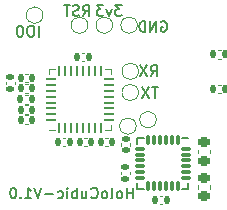
<source format=gbr>
%TF.GenerationSoftware,KiCad,Pcbnew,6.0.4*%
%TF.CreationDate,2022-06-04T16:46:40+08:00*%
%TF.ProjectId,holocubic,686f6c6f-6375-4626-9963-2e6b69636164,rev?*%
%TF.SameCoordinates,Original*%
%TF.FileFunction,Legend,Bot*%
%TF.FilePolarity,Positive*%
%FSLAX46Y46*%
G04 Gerber Fmt 4.6, Leading zero omitted, Abs format (unit mm)*
G04 Created by KiCad (PCBNEW 6.0.4) date 2022-06-04 16:46:40*
%MOMM*%
%LPD*%
G01*
G04 APERTURE LIST*
G04 Aperture macros list*
%AMRoundRect*
0 Rectangle with rounded corners*
0 $1 Rounding radius*
0 $2 $3 $4 $5 $6 $7 $8 $9 X,Y pos of 4 corners*
0 Add a 4 corners polygon primitive as box body*
4,1,4,$2,$3,$4,$5,$6,$7,$8,$9,$2,$3,0*
0 Add four circle primitives for the rounded corners*
1,1,$1+$1,$2,$3*
1,1,$1+$1,$4,$5*
1,1,$1+$1,$6,$7*
1,1,$1+$1,$8,$9*
0 Add four rect primitives between the rounded corners*
20,1,$1+$1,$2,$3,$4,$5,0*
20,1,$1+$1,$4,$5,$6,$7,0*
20,1,$1+$1,$6,$7,$8,$9,0*
20,1,$1+$1,$8,$9,$2,$3,0*%
G04 Aperture macros list end*
%ADD10C,0.150000*%
%ADD11C,0.120000*%
%ADD12C,0.650000*%
%ADD13O,1.600000X1.000000*%
%ADD14O,2.100000X1.000000*%
%ADD15RoundRect,0.225000X0.250000X-0.225000X0.250000X0.225000X-0.250000X0.225000X-0.250000X-0.225000X0*%
%ADD16RoundRect,0.140000X-0.140000X-0.170000X0.140000X-0.170000X0.140000X0.170000X-0.140000X0.170000X0*%
%ADD17RoundRect,0.140000X0.140000X0.170000X-0.140000X0.170000X-0.140000X-0.170000X0.140000X-0.170000X0*%
%ADD18C,1.000000*%
%ADD19RoundRect,0.135000X0.135000X0.185000X-0.135000X0.185000X-0.135000X-0.185000X0.135000X-0.185000X0*%
%ADD20RoundRect,0.062500X-0.375000X-0.062500X0.375000X-0.062500X0.375000X0.062500X-0.375000X0.062500X0*%
%ADD21RoundRect,0.062500X-0.062500X-0.375000X0.062500X-0.375000X0.062500X0.375000X-0.062500X0.375000X0*%
%ADD22R,3.300000X3.300000*%
%ADD23RoundRect,0.140000X0.170000X-0.140000X0.170000X0.140000X-0.170000X0.140000X-0.170000X-0.140000X0*%
%ADD24RoundRect,0.135000X-0.135000X-0.185000X0.135000X-0.185000X0.135000X0.185000X-0.135000X0.185000X0*%
%ADD25RoundRect,0.225000X-0.250000X0.225000X-0.250000X-0.225000X0.250000X-0.225000X0.250000X0.225000X0*%
%ADD26RoundRect,0.140000X-0.170000X0.140000X-0.170000X-0.140000X0.170000X-0.140000X0.170000X0.140000X0*%
%ADD27RoundRect,0.075000X0.350000X0.075000X-0.350000X0.075000X-0.350000X-0.075000X0.350000X-0.075000X0*%
%ADD28RoundRect,0.075000X0.075000X-0.350000X0.075000X0.350000X-0.075000X0.350000X-0.075000X-0.350000X0*%
G04 APERTURE END LIST*
D10*
X133735714Y-118757142D02*
X133735714Y-117857142D01*
X133735714Y-118285714D02*
X133221428Y-118285714D01*
X133221428Y-118757142D02*
X133221428Y-117857142D01*
X132664285Y-118757142D02*
X132750000Y-118714285D01*
X132792857Y-118671428D01*
X132835714Y-118585714D01*
X132835714Y-118328571D01*
X132792857Y-118242857D01*
X132750000Y-118200000D01*
X132664285Y-118157142D01*
X132535714Y-118157142D01*
X132450000Y-118200000D01*
X132407142Y-118242857D01*
X132364285Y-118328571D01*
X132364285Y-118585714D01*
X132407142Y-118671428D01*
X132450000Y-118714285D01*
X132535714Y-118757142D01*
X132664285Y-118757142D01*
X131850000Y-118757142D02*
X131935714Y-118714285D01*
X131978571Y-118628571D01*
X131978571Y-117857142D01*
X131378571Y-118757142D02*
X131464285Y-118714285D01*
X131507142Y-118671428D01*
X131550000Y-118585714D01*
X131550000Y-118328571D01*
X131507142Y-118242857D01*
X131464285Y-118200000D01*
X131378571Y-118157142D01*
X131250000Y-118157142D01*
X131164285Y-118200000D01*
X131121428Y-118242857D01*
X131078571Y-118328571D01*
X131078571Y-118585714D01*
X131121428Y-118671428D01*
X131164285Y-118714285D01*
X131250000Y-118757142D01*
X131378571Y-118757142D01*
X130178571Y-118671428D02*
X130221428Y-118714285D01*
X130350000Y-118757142D01*
X130435714Y-118757142D01*
X130564285Y-118714285D01*
X130650000Y-118628571D01*
X130692857Y-118542857D01*
X130735714Y-118371428D01*
X130735714Y-118242857D01*
X130692857Y-118071428D01*
X130650000Y-117985714D01*
X130564285Y-117900000D01*
X130435714Y-117857142D01*
X130350000Y-117857142D01*
X130221428Y-117900000D01*
X130178571Y-117942857D01*
X129407142Y-118157142D02*
X129407142Y-118757142D01*
X129792857Y-118157142D02*
X129792857Y-118628571D01*
X129750000Y-118714285D01*
X129664285Y-118757142D01*
X129535714Y-118757142D01*
X129450000Y-118714285D01*
X129407142Y-118671428D01*
X128978571Y-118757142D02*
X128978571Y-117857142D01*
X128978571Y-118200000D02*
X128892857Y-118157142D01*
X128721428Y-118157142D01*
X128635714Y-118200000D01*
X128592857Y-118242857D01*
X128550000Y-118328571D01*
X128550000Y-118585714D01*
X128592857Y-118671428D01*
X128635714Y-118714285D01*
X128721428Y-118757142D01*
X128892857Y-118757142D01*
X128978571Y-118714285D01*
X128164285Y-118757142D02*
X128164285Y-118157142D01*
X128164285Y-117857142D02*
X128207142Y-117900000D01*
X128164285Y-117942857D01*
X128121428Y-117900000D01*
X128164285Y-117857142D01*
X128164285Y-117942857D01*
X127350000Y-118714285D02*
X127435714Y-118757142D01*
X127607142Y-118757142D01*
X127692857Y-118714285D01*
X127735714Y-118671428D01*
X127778571Y-118585714D01*
X127778571Y-118328571D01*
X127735714Y-118242857D01*
X127692857Y-118200000D01*
X127607142Y-118157142D01*
X127435714Y-118157142D01*
X127350000Y-118200000D01*
X126964285Y-118414285D02*
X126278571Y-118414285D01*
X125978571Y-117857142D02*
X125678571Y-118757142D01*
X125378571Y-117857142D01*
X124607142Y-118757142D02*
X125121428Y-118757142D01*
X124864285Y-118757142D02*
X124864285Y-117857142D01*
X124950000Y-117985714D01*
X125035714Y-118071428D01*
X125121428Y-118114285D01*
X124221428Y-118671428D02*
X124178571Y-118714285D01*
X124221428Y-118757142D01*
X124264285Y-118714285D01*
X124221428Y-118671428D01*
X124221428Y-118757142D01*
X123621428Y-117857142D02*
X123535714Y-117857142D01*
X123450000Y-117900000D01*
X123407142Y-117942857D01*
X123364285Y-118028571D01*
X123321428Y-118200000D01*
X123321428Y-118414285D01*
X123364285Y-118585714D01*
X123407142Y-118671428D01*
X123450000Y-118714285D01*
X123535714Y-118757142D01*
X123621428Y-118757142D01*
X123707142Y-118714285D01*
X123750000Y-118671428D01*
X123792857Y-118585714D01*
X123835714Y-118414285D01*
X123835714Y-118200000D01*
X123792857Y-118028571D01*
X123750000Y-117942857D01*
X123707142Y-117900000D01*
X123621428Y-117857142D01*
X125750000Y-105057142D02*
X125750000Y-104157142D01*
X125150000Y-104157142D02*
X124978571Y-104157142D01*
X124892857Y-104200000D01*
X124807142Y-104285714D01*
X124764285Y-104457142D01*
X124764285Y-104757142D01*
X124807142Y-104928571D01*
X124892857Y-105014285D01*
X124978571Y-105057142D01*
X125150000Y-105057142D01*
X125235714Y-105014285D01*
X125321428Y-104928571D01*
X125364285Y-104757142D01*
X125364285Y-104457142D01*
X125321428Y-104285714D01*
X125235714Y-104200000D01*
X125150000Y-104157142D01*
X124207142Y-104157142D02*
X124121428Y-104157142D01*
X124035714Y-104200000D01*
X123992857Y-104242857D01*
X123950000Y-104328571D01*
X123907142Y-104500000D01*
X123907142Y-104714285D01*
X123950000Y-104885714D01*
X123992857Y-104971428D01*
X124035714Y-105014285D01*
X124121428Y-105057142D01*
X124207142Y-105057142D01*
X124292857Y-105014285D01*
X124335714Y-104971428D01*
X124378571Y-104885714D01*
X124421428Y-104714285D01*
X124421428Y-104500000D01*
X124378571Y-104328571D01*
X124335714Y-104242857D01*
X124292857Y-104200000D01*
X124207142Y-104157142D01*
X129492857Y-103307142D02*
X129792857Y-102878571D01*
X130007142Y-103307142D02*
X130007142Y-102407142D01*
X129664285Y-102407142D01*
X129578571Y-102450000D01*
X129535714Y-102492857D01*
X129492857Y-102578571D01*
X129492857Y-102707142D01*
X129535714Y-102792857D01*
X129578571Y-102835714D01*
X129664285Y-102878571D01*
X130007142Y-102878571D01*
X129150000Y-103264285D02*
X129021428Y-103307142D01*
X128807142Y-103307142D01*
X128721428Y-103264285D01*
X128678571Y-103221428D01*
X128635714Y-103135714D01*
X128635714Y-103050000D01*
X128678571Y-102964285D01*
X128721428Y-102921428D01*
X128807142Y-102878571D01*
X128978571Y-102835714D01*
X129064285Y-102792857D01*
X129107142Y-102750000D01*
X129150000Y-102664285D01*
X129150000Y-102578571D01*
X129107142Y-102492857D01*
X129064285Y-102450000D01*
X128978571Y-102407142D01*
X128764285Y-102407142D01*
X128635714Y-102450000D01*
X128378571Y-102407142D02*
X127864285Y-102407142D01*
X128121428Y-103307142D02*
X128121428Y-102407142D01*
X132771428Y-102407142D02*
X132214285Y-102407142D01*
X132514285Y-102750000D01*
X132385714Y-102750000D01*
X132300000Y-102792857D01*
X132257142Y-102835714D01*
X132214285Y-102921428D01*
X132214285Y-103135714D01*
X132257142Y-103221428D01*
X132300000Y-103264285D01*
X132385714Y-103307142D01*
X132642857Y-103307142D01*
X132728571Y-103264285D01*
X132771428Y-103221428D01*
X131914285Y-102707142D02*
X131700000Y-103307142D01*
X131485714Y-102707142D01*
X131228571Y-102407142D02*
X130671428Y-102407142D01*
X130971428Y-102750000D01*
X130842857Y-102750000D01*
X130757142Y-102792857D01*
X130714285Y-102835714D01*
X130671428Y-102921428D01*
X130671428Y-103135714D01*
X130714285Y-103221428D01*
X130757142Y-103264285D01*
X130842857Y-103307142D01*
X131100000Y-103307142D01*
X131185714Y-103264285D01*
X131228571Y-103221428D01*
X136135714Y-103800000D02*
X136221428Y-103757142D01*
X136350000Y-103757142D01*
X136478571Y-103800000D01*
X136564285Y-103885714D01*
X136607142Y-103971428D01*
X136650000Y-104142857D01*
X136650000Y-104271428D01*
X136607142Y-104442857D01*
X136564285Y-104528571D01*
X136478571Y-104614285D01*
X136350000Y-104657142D01*
X136264285Y-104657142D01*
X136135714Y-104614285D01*
X136092857Y-104571428D01*
X136092857Y-104271428D01*
X136264285Y-104271428D01*
X135707142Y-104657142D02*
X135707142Y-103757142D01*
X135192857Y-104657142D01*
X135192857Y-103757142D01*
X134764285Y-104657142D02*
X134764285Y-103757142D01*
X134550000Y-103757142D01*
X134421428Y-103800000D01*
X134335714Y-103885714D01*
X134292857Y-103971428D01*
X134250000Y-104142857D01*
X134250000Y-104271428D01*
X134292857Y-104442857D01*
X134335714Y-104528571D01*
X134421428Y-104614285D01*
X134550000Y-104657142D01*
X134764285Y-104657142D01*
X135835714Y-109357142D02*
X135321428Y-109357142D01*
X135578571Y-110257142D02*
X135578571Y-109357142D01*
X135107142Y-109357142D02*
X134507142Y-110257142D01*
X134507142Y-109357142D02*
X135107142Y-110257142D01*
X135250000Y-108407142D02*
X135550000Y-107978571D01*
X135764285Y-108407142D02*
X135764285Y-107507142D01*
X135421428Y-107507142D01*
X135335714Y-107550000D01*
X135292857Y-107592857D01*
X135250000Y-107678571D01*
X135250000Y-107807142D01*
X135292857Y-107892857D01*
X135335714Y-107935714D01*
X135421428Y-107978571D01*
X135764285Y-107978571D01*
X134950000Y-107507142D02*
X134350000Y-108407142D01*
X134350000Y-107507142D02*
X134950000Y-108407142D01*
D11*
%TO.C,C4*%
X140260000Y-114940580D02*
X140260000Y-114659420D01*
X139240000Y-114940580D02*
X139240000Y-114659420D01*
%TO.C,C14*%
X124592164Y-111610000D02*
X124807836Y-111610000D01*
X124592164Y-110890000D02*
X124807836Y-110890000D01*
%TO.C,C21*%
X131607836Y-114340000D02*
X131392164Y-114340000D01*
X131607836Y-113620000D02*
X131392164Y-113620000D01*
%TO.C,TP8*%
X135700000Y-112100000D02*
G75*
G03*
X135700000Y-112100000I-700000J0D01*
G01*
%TO.C,TP7*%
X134000000Y-112650000D02*
G75*
G03*
X134000000Y-112650000I-700000J0D01*
G01*
%TO.C,TP3*%
X129900000Y-104100000D02*
G75*
G03*
X129900000Y-104100000I-700000J0D01*
G01*
%TO.C,R4*%
X124853641Y-110730000D02*
X124546359Y-110730000D01*
X124853641Y-109970000D02*
X124546359Y-109970000D01*
%TO.C,TP4*%
X126100000Y-103250000D02*
G75*
G03*
X126100000Y-103250000I-700000J0D01*
G01*
%TO.C,C19*%
X129807836Y-114340000D02*
X129592164Y-114340000D01*
X129807836Y-113620000D02*
X129592164Y-113620000D01*
%TO.C,U3*%
X131860000Y-107790000D02*
X131860000Y-108265000D01*
X131860000Y-113010000D02*
X131860000Y-112535000D01*
X131385000Y-107790000D02*
X131860000Y-107790000D01*
X131385000Y-113010000D02*
X131860000Y-113010000D01*
X127115000Y-113010000D02*
X126640000Y-113010000D01*
X126640000Y-107790000D02*
X126640000Y-108265000D01*
X127115000Y-107790000D02*
X126640000Y-107790000D01*
%TO.C,C23*%
X133460000Y-114307836D02*
X133460000Y-114092164D01*
X132740000Y-114307836D02*
X132740000Y-114092164D01*
%TO.C,C13*%
X124592164Y-111740000D02*
X124807836Y-111740000D01*
X124592164Y-112460000D02*
X124807836Y-112460000D01*
%TO.C,R2*%
X140896359Y-109120000D02*
X141203641Y-109120000D01*
X140896359Y-109880000D02*
X141203641Y-109880000D01*
%TO.C,C20*%
X129392164Y-106440000D02*
X129607836Y-106440000D01*
X129392164Y-107160000D02*
X129607836Y-107160000D01*
%TO.C,TP6*%
X134100000Y-104100000D02*
G75*
G03*
X134100000Y-104100000I-700000J0D01*
G01*
%TO.C,TP5*%
X132000000Y-104100000D02*
G75*
G03*
X132000000Y-104100000I-700000J0D01*
G01*
%TO.C,C15*%
X124592164Y-109090000D02*
X124807836Y-109090000D01*
X124592164Y-109810000D02*
X124807836Y-109810000D01*
%TO.C,C16*%
X124592164Y-108910000D02*
X124807836Y-108910000D01*
X124592164Y-108190000D02*
X124807836Y-108190000D01*
%TO.C,C1*%
X139240000Y-117659420D02*
X139240000Y-117940580D01*
X140260000Y-117659420D02*
X140260000Y-117940580D01*
%TO.C,C12*%
X123710000Y-108892164D02*
X123710000Y-109107836D01*
X122990000Y-108892164D02*
X122990000Y-109107836D01*
%TO.C,C22*%
X132730476Y-116502164D02*
X132730476Y-116717836D01*
X133450476Y-116502164D02*
X133450476Y-116717836D01*
D10*
%TO.C,U4*%
X138400000Y-117950000D02*
X138400000Y-117425000D01*
X134100000Y-117950000D02*
X134625000Y-117950000D01*
X134100000Y-113650000D02*
X134625000Y-113650000D01*
X138400000Y-113650000D02*
X137875000Y-113650000D01*
X134100000Y-117950000D02*
X134100000Y-117425000D01*
X138400000Y-117950000D02*
X137875000Y-117950000D01*
X134100000Y-113650000D02*
X134100000Y-114175000D01*
D11*
%TO.C,TP1*%
X134200000Y-109800000D02*
G75*
G03*
X134200000Y-109800000I-700000J0D01*
G01*
%TO.C,R3*%
X140896359Y-106170000D02*
X141203641Y-106170000D01*
X140896359Y-106930000D02*
X141203641Y-106930000D01*
%TO.C,TP2*%
X134200000Y-108000000D02*
G75*
G03*
X134200000Y-108000000I-700000J0D01*
G01*
%TO.C,C24*%
X136207836Y-118540000D02*
X135992164Y-118540000D01*
X136207836Y-119260000D02*
X135992164Y-119260000D01*
%TO.C,C18*%
X127792164Y-114340000D02*
X128007836Y-114340000D01*
X127792164Y-113620000D02*
X128007836Y-113620000D01*
%TD*%
%LPC*%
D12*
%TO.C,J2*%
X140400000Y-105360000D03*
X140400000Y-111140000D03*
D13*
X144050000Y-112570000D03*
D14*
X139870000Y-103930000D03*
D13*
X144050000Y-103930000D03*
D14*
X139870000Y-112570000D03*
%TD*%
D15*
%TO.C,C4*%
X139750000Y-115575000D03*
X139750000Y-114025000D03*
%TD*%
D16*
%TO.C,C14*%
X124220000Y-111250000D03*
X125180000Y-111250000D03*
%TD*%
D17*
%TO.C,C21*%
X131980000Y-113980000D03*
X131020000Y-113980000D03*
%TD*%
D18*
%TO.C,TP8*%
X135000000Y-112100000D03*
%TD*%
%TO.C,TP7*%
X133300000Y-112650000D03*
%TD*%
%TO.C,TP3*%
X129200000Y-104100000D03*
%TD*%
D19*
%TO.C,R4*%
X125210000Y-110350000D03*
X124190000Y-110350000D03*
%TD*%
D18*
%TO.C,TP4*%
X125400000Y-103250000D03*
%TD*%
D17*
%TO.C,C19*%
X130180000Y-113980000D03*
X129220000Y-113980000D03*
%TD*%
D20*
%TO.C,U3*%
X126812500Y-112150000D03*
X126812500Y-111650000D03*
X126812500Y-111150000D03*
X126812500Y-110650000D03*
X126812500Y-110150000D03*
X126812500Y-109650000D03*
X126812500Y-109150000D03*
X126812500Y-108650000D03*
D21*
X127500000Y-107962500D03*
X128000000Y-107962500D03*
X128500000Y-107962500D03*
X129000000Y-107962500D03*
X129500000Y-107962500D03*
X130000000Y-107962500D03*
X130500000Y-107962500D03*
X131000000Y-107962500D03*
D20*
X131687500Y-108650000D03*
X131687500Y-109150000D03*
X131687500Y-109650000D03*
X131687500Y-110150000D03*
X131687500Y-110650000D03*
X131687500Y-111150000D03*
X131687500Y-111650000D03*
X131687500Y-112150000D03*
D21*
X131000000Y-112837500D03*
X130500000Y-112837500D03*
X130000000Y-112837500D03*
X129500000Y-112837500D03*
X129000000Y-112837500D03*
X128500000Y-112837500D03*
X128000000Y-112837500D03*
X127500000Y-112837500D03*
D22*
X129250000Y-110400000D03*
%TD*%
D23*
%TO.C,C23*%
X133100000Y-114680000D03*
X133100000Y-113720000D03*
%TD*%
D16*
%TO.C,C13*%
X124220000Y-112100000D03*
X125180000Y-112100000D03*
%TD*%
D24*
%TO.C,R2*%
X140540000Y-109500000D03*
X141560000Y-109500000D03*
%TD*%
D16*
%TO.C,C20*%
X129020000Y-106800000D03*
X129980000Y-106800000D03*
%TD*%
D18*
%TO.C,TP6*%
X133400000Y-104100000D03*
%TD*%
%TO.C,TP5*%
X131300000Y-104100000D03*
%TD*%
D16*
%TO.C,C15*%
X124220000Y-109450000D03*
X125180000Y-109450000D03*
%TD*%
%TO.C,C16*%
X124220000Y-108550000D03*
X125180000Y-108550000D03*
%TD*%
D25*
%TO.C,C1*%
X139750000Y-117025000D03*
X139750000Y-118575000D03*
%TD*%
D26*
%TO.C,C12*%
X123350000Y-108520000D03*
X123350000Y-109480000D03*
%TD*%
%TO.C,C22*%
X133090476Y-116130000D03*
X133090476Y-117090000D03*
%TD*%
D27*
%TO.C,U4*%
X138200000Y-114550000D03*
X138200000Y-115050000D03*
X138200000Y-115550000D03*
X138200000Y-116050000D03*
X138200000Y-116550000D03*
X138200000Y-117050000D03*
D28*
X137500000Y-117750000D03*
X137000000Y-117750000D03*
X136500000Y-117750000D03*
X136000000Y-117750000D03*
X135500000Y-117750000D03*
X135000000Y-117750000D03*
D27*
X134300000Y-117050000D03*
X134300000Y-116550000D03*
X134300000Y-116050000D03*
X134300000Y-115550000D03*
X134300000Y-115050000D03*
X134300000Y-114550000D03*
D28*
X135000000Y-113850000D03*
X135500000Y-113850000D03*
X136000000Y-113850000D03*
X136500000Y-113850000D03*
X137000000Y-113850000D03*
X137500000Y-113850000D03*
%TD*%
D18*
%TO.C,TP1*%
X133500000Y-109800000D03*
%TD*%
D24*
%TO.C,R3*%
X140540000Y-106550000D03*
X141560000Y-106550000D03*
%TD*%
D18*
%TO.C,TP2*%
X133500000Y-108000000D03*
%TD*%
D17*
%TO.C,C24*%
X136580000Y-118900000D03*
X135620000Y-118900000D03*
%TD*%
D16*
%TO.C,C18*%
X127420000Y-113980000D03*
X128380000Y-113980000D03*
%TD*%
M02*

</source>
